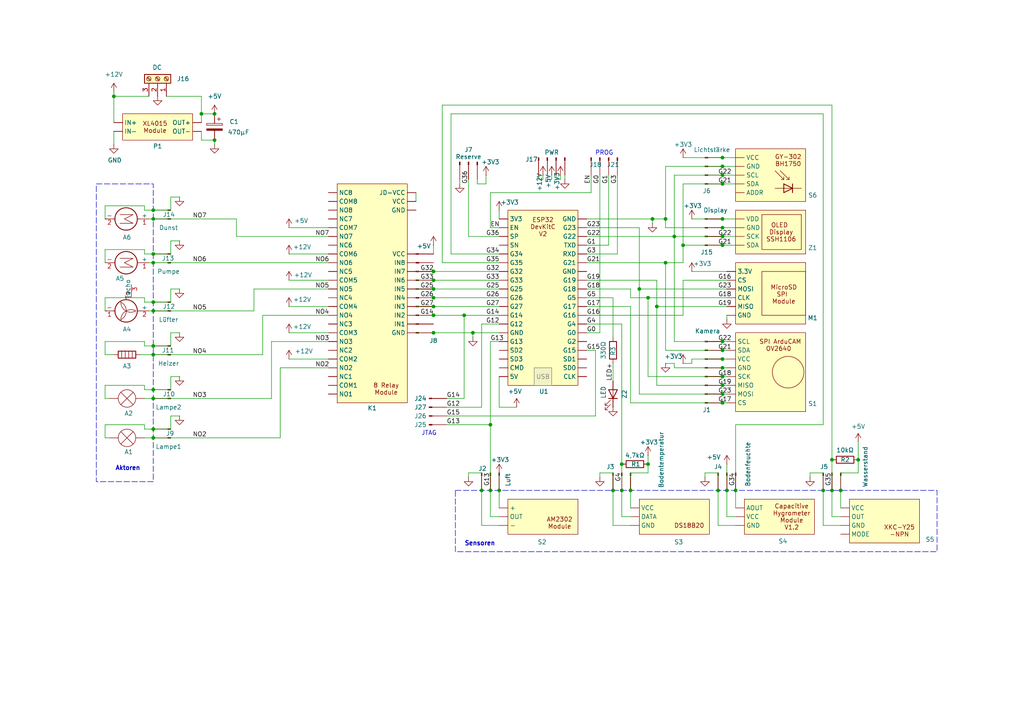
<source format=kicad_sch>
(kicad_sch (version 20250114) (generator "eeschema") (generator_version "9.0")
  (paper "A4")
  (title_block (title "Biodom Mini – Ein Hightech-Gewächshaus") (date "2025-10-17") (rev "1.0.0") (company "Frank Rohlfing"))
  (rectangle (start 27.94 53.34) (end 44.45 139.7) (stroke (width 0) (type dash)))
  (rectangle (start 132.08 142.24) (end 271.78 160.02) (stroke (width 0) (type dash)))
  (text "Aktoren" (at 37.084 135.89 0) (effects (font (size 1.27 1.27) (thickness 0.254) (bold yes))))
  (text "JTAG" (at 124.46 125.73 0) (effects (font (size 1.27 1.27))))
  (text "Sensoren" (at 139.192 157.734 0) (effects (font (size 1.27 1.27) (thickness 0.254) (bold yes))))
  (text "PROG" (at 175.26 44.45 0) (effects (font (size 1.27 1.27))))
  (junction (at 248.92 133.35))
  (junction (at 125.73 91.44))
  (junction (at 209.55 68.58))
  (junction (at 142.24 142.24))
  (junction (at 209.55 111.76))
  (junction (at 187.96 134.62))
  (junction (at 241.3 133.35))
  (junction (at 125.73 81.28))
  (junction (at 209.55 104.14))
  (junction (at 44.45 76.2))
  (junction (at 137.16 96.52))
  (junction (at 44.45 60.96))
  (junction (at 44.45 63.5))
  (junction (at 44.45 124.46))
  (junction (at 44.45 90.17))
  (junction (at 209.55 71.12))
  (junction (at 209.55 116.84))
  (junction (at 209.55 48.26))
  (junction (at 180.34 134.62))
  (junction (at 180.34 142.24))
  (junction (at 209.55 106.68))
  (junction (at 209.55 109.22))
  (junction (at 209.55 66.04))
  (junction (at 190.5 88.9))
  (junction (at 142.24 123.19))
  (junction (at 44.45 87.63))
  (junction (at 187.96 86.36))
  (junction (at 208.28 142.24))
  (junction (at 195.58 68.58))
  (junction (at 44.45 113.03))
  (junction (at 134.62 91.44))
  (junction (at 210.82 142.24))
  (junction (at 209.55 50.8))
  (junction (at 243.84 142.24))
  (junction (at 125.73 78.74))
  (junction (at 144.78 142.24))
  (junction (at 58.42 33.02))
  (junction (at 44.45 73.66))
  (junction (at 193.04 63.5))
  (junction (at 44.45 100.33))
  (junction (at 44.45 102.87))
  (junction (at 125.73 96.52))
  (junction (at 209.55 45.72))
  (junction (at 189.23 63.5))
  (junction (at 198.12 71.12))
  (junction (at 238.76 142.24))
  (junction (at 209.55 63.5))
  (junction (at 62.23 40.64))
  (junction (at 241.3 142.24))
  (junction (at 125.73 83.82))
  (junction (at 125.73 88.9))
  (junction (at 193.04 76.2))
  (junction (at 182.88 142.24))
  (junction (at 177.8 142.24))
  (junction (at 125.73 86.36))
  (junction (at 44.45 115.57))
  (junction (at 209.55 101.6))
  (junction (at 139.7 142.24))
  (junction (at 33.02 27.94))
  (junction (at 44.45 127))
  (junction (at 209.55 114.3))
  (junction (at 209.55 99.06))
  (junction (at 209.55 53.34))
  (junction (at 62.23 33.02))
  (junction (at 213.36 142.24))
  (junction (at 185.42 83.82))
  (wire (pts (xy 187.96 86.36) (xy 210.82 86.36)))
  (wire (pts (xy 182.88 116.84) (xy 182.88 88.9)))
  (wire (pts (xy 58.42 38.1) (xy 58.42 40.64)))
  (wire (pts (xy 158.75 52.07) (xy 160.02 52.07)))
  (wire (pts (xy 95.25 91.44) (xy 76.2 91.44)))
  (wire (pts (xy 49.53 120.65) (xy 49.53 124.46)))
  (wire (pts (xy 62.23 41.91) (xy 62.23 40.64)))
  (wire (pts (xy 209.55 63.5) (xy 213.36 63.5)))
  (wire (pts (xy 142.24 142.24) (xy 142.24 149.86)))
  (wire (pts (xy 142.24 123.19) (xy 142.24 142.24)))
  (wire (pts (xy 139.7 137.16) (xy 139.7 142.24)))
  (wire (pts (xy 44.45 127) (xy 81.28 127)))
  (wire (pts (xy 187.96 109.22) (xy 209.55 109.22)))
  (wire (pts (xy 68.58 68.58) (xy 95.25 68.58)))
  (wire (pts (xy 177.8 137.16) (xy 177.8 142.24)))
  (wire (pts (xy 30.48 59.69) (xy 41.91 59.69)))
  (wire (pts (xy 234.95 137.16) (xy 238.76 137.16)))
  (wire (pts (xy 238.76 152.4) (xy 243.84 152.4)))
  (wire (pts (xy 161.29 52.07) (xy 162.56 52.07)))
  (wire (pts (xy 193.04 63.5) (xy 193.04 48.26)))
  (wire (pts (xy 210.82 109.22) (xy 209.55 109.22)))
  (wire (pts (xy 73.66 90.17) (xy 73.66 83.82)))
  (wire (pts (xy 30.48 86.36) (xy 30.48 90.17)))
  (wire (pts (xy 83.82 96.52) (xy 95.25 96.52)))
  (wire (pts (xy 49.53 113.03) (xy 44.45 113.03)))
  (wire (pts (xy 198.12 45.72) (xy 209.55 45.72)))
  (wire (pts (xy 172.72 101.6) (xy 172.72 120.65)))
  (wire (pts (xy 195.58 106.68) (xy 209.55 106.68)))
  (wire (pts (xy 156.21 52.07) (xy 157.48 52.07)))
  (wire (pts (xy 142.24 66.04) (xy 144.78 66.04)))
  (wire (pts (xy 30.48 99.06) (xy 41.91 99.06)))
  (wire (pts (xy 30.48 123.19) (xy 41.91 123.19)))
  (wire (pts (xy 43.18 27.94) (xy 33.02 27.94)))
  (wire (pts (xy 41.91 113.03) (xy 44.45 113.03)))
  (wire (pts (xy 142.24 55.88) (xy 171.45 55.88)))
  (wire (pts (xy 40.64 102.87) (xy 44.45 102.87)))
  (wire (pts (xy 208.28 152.4) (xy 213.36 152.4)))
  (wire (pts (xy 170.18 83.82) (xy 182.88 83.82)))
  (wire (pts (xy 139.7 152.4) (xy 144.78 152.4)))
  (wire (pts (xy 180.34 93.98) (xy 180.34 134.62)))
  (wire (pts (xy 49.53 100.33) (xy 44.45 100.33)))
  (wire (pts (xy 149.86 118.11) (xy 144.78 118.11)))
  (wire (pts (xy 120.65 88.9) (xy 125.73 88.9)))
  (wire (pts (xy 41.91 123.19) (xy 41.91 124.46)))
  (wire (pts (xy 173.99 50.8) (xy 173.99 96.52)))
  (wire (pts (xy 204.47 137.16) (xy 208.28 137.16)))
  (wire (pts (xy 177.8 86.36) (xy 177.8 97.79)))
  (wire (pts (xy 139.7 142.24) (xy 139.7 152.4)))
  (wire (pts (xy 210.82 104.14) (xy 209.55 104.14)))
  (wire (pts (xy 95.25 106.68) (xy 81.28 106.68)))
  (wire (pts (xy 120.65 58.42) (xy 120.65 55.88)))
  (wire (pts (xy 248.92 137.16) (xy 243.84 137.16)))
  (wire (pts (xy 58.42 33.02) (xy 58.42 35.56)))
  (wire (pts (xy 83.82 104.14) (xy 95.25 104.14)))
  (wire (pts (xy 189.23 63.5) (xy 193.04 63.5)))
  (wire (pts (xy 198.12 76.2) (xy 193.04 76.2)))
  (wire (pts (xy 130.81 73.66) (xy 130.81 33.02)))
  (wire (pts (xy 213.36 123.19) (xy 213.36 142.24)))
  (wire (pts (xy 44.45 63.5) (xy 68.58 63.5)))
  (wire (pts (xy 41.91 72.39) (xy 41.91 73.66)))
  (wire (pts (xy 83.82 73.66) (xy 95.25 73.66)))
  (wire (pts (xy 209.55 48.26) (xy 213.36 48.26)))
  (wire (pts (xy 185.42 66.04) (xy 185.42 83.82)))
  (wire (pts (xy 49.53 69.85) (xy 49.53 73.66)))
  (wire (pts (xy 182.88 116.84) (xy 209.55 116.84)))
  (wire (pts (xy 134.62 115.57) (xy 129.54 115.57)))
  (wire (pts (xy 180.34 142.24) (xy 180.34 149.86)))
  (wire (pts (xy 128.27 30.48) (xy 128.27 76.2)))
  (wire (pts (xy 137.16 96.52) (xy 125.73 96.52)))
  (wire (pts (xy 238.76 33.02) (xy 238.76 123.19)))
  (wire (pts (xy 30.48 111.76) (xy 41.91 111.76)))
  (wire (pts (xy 142.24 55.88) (xy 142.24 66.04)))
  (wire (pts (xy 48.26 27.94) (xy 58.42 27.94)))
  (wire (pts (xy 161.29 50.8) (xy 161.29 52.07)))
  (wire (pts (xy 157.48 52.07) (xy 157.48 50.8)))
  (wire (pts (xy 190.5 88.9) (xy 210.82 88.9)))
  (wire (pts (xy 198.12 91.44) (xy 198.12 81.28)))
  (wire (pts (xy 41.91 86.36) (xy 41.91 87.63)))
  (wire (pts (xy 81.28 106.68) (xy 81.28 127)))
  (wire (pts (xy 129.54 123.19) (xy 142.24 123.19)))
  (wire (pts (xy 125.73 91.44) (xy 134.62 91.44)))
  (wire (pts (xy 163.83 50.8) (xy 163.83 52.07)))
  (wire (pts (xy 170.18 96.52) (xy 173.99 96.52)))
  (wire (pts (xy 187.96 86.36) (xy 187.96 109.22)))
  (wire (pts (xy 142.24 149.86) (xy 144.78 149.86)))
  (wire (pts (xy 49.53 73.66) (xy 44.45 73.66)))
  (wire (pts (xy 193.04 63.5) (xy 193.04 66.04)))
  (wire (pts (xy 176.53 50.8) (xy 176.53 71.12)))
  (wire (pts (xy 209.55 71.12) (xy 213.36 71.12)))
  (wire (pts (xy 170.18 86.36) (xy 177.8 86.36)))
  (wire (pts (xy 41.91 60.96) (xy 44.45 60.96)))
  (wire (pts (xy 200.66 104.14) (xy 209.55 104.14)))
  (wire (pts (xy 120.65 81.28) (xy 125.73 81.28)))
  (wire (pts (xy 195.58 68.58) (xy 195.58 99.06)))
  (wire (pts (xy 195.58 68.58) (xy 195.58 50.8)))
  (wire (pts (xy 41.91 73.66) (xy 44.45 73.66)))
  (wire (pts (xy 204.47 138.43) (xy 204.47 137.16)))
  (wire (pts (xy 170.18 91.44) (xy 198.12 91.44)))
  (wire (pts (xy 198.12 71.12) (xy 198.12 53.34)))
  (wire (pts (xy 195.58 99.06) (xy 209.55 99.06)))
  (wire (pts (xy 125.73 86.36) (xy 144.78 86.36)))
  (wire (pts (xy 193.04 105.41) (xy 195.58 105.41)))
  (wire (pts (xy 241.3 30.48) (xy 241.3 133.35)))
  (wire (pts (xy 170.18 63.5) (xy 189.23 63.5)))
  (wire (pts (xy 49.53 96.52) (xy 49.53 100.33)))
  (wire (pts (xy 170.18 73.66) (xy 179.07 73.66)))
  (wire (pts (xy 41.91 127) (xy 44.45 127)))
  (wire (pts (xy 144.78 147.32) (xy 144.78 142.24)))
  (wire (pts (xy 138.43 53.34) (xy 140.97 53.34)))
  (wire (pts (xy 177.8 152.4) (xy 182.88 152.4)))
  (wire (pts (xy 134.62 91.44) (xy 134.62 115.57)))
  (wire (pts (xy 58.42 33.02) (xy 62.23 33.02)))
  (wire (pts (xy 68.58 63.5) (xy 68.58 68.58)))
  (wire (pts (xy 33.02 38.1) (xy 33.02 41.91)))
  (wire (pts (xy 210.82 142.24) (xy 210.82 149.86)))
  (wire (pts (xy 30.48 127) (xy 30.48 123.19)))
  (wire (pts (xy 120.65 83.82) (xy 125.73 83.82)))
  (wire (pts (xy 200.66 105.41) (xy 200.66 104.14)))
  (wire (pts (xy 49.53 83.82) (xy 49.53 87.63)))
  (wire (pts (xy 180.34 149.86) (xy 182.88 149.86)))
  (wire (pts (xy 241.3 142.24) (xy 241.3 149.86)))
  (wire (pts (xy 209.55 66.04) (xy 213.36 66.04)))
  (wire (pts (xy 190.5 88.9) (xy 190.5 111.76)))
  (wire (pts (xy 170.18 93.98) (xy 180.34 93.98)))
  (wire (pts (xy 129.54 118.11) (xy 139.7 118.11)))
  (wire (pts (xy 193.04 66.04) (xy 209.55 66.04)))
  (wire (pts (xy 125.73 71.12) (xy 125.73 73.66)))
  (wire (pts (xy 30.48 86.36) (xy 41.91 86.36)))
  (wire (pts (xy 182.88 137.16) (xy 182.88 142.24)))
  (wire (pts (xy 210.82 91.44) (xy 210.82 92.71)))
  (wire (pts (xy 176.53 71.12) (xy 170.18 71.12)))
  (wire (pts (xy 162.56 50.8) (xy 162.56 52.07)))
  (wire (pts (xy 139.7 118.11) (xy 139.7 93.98)))
  (wire (pts (xy 30.48 72.39) (xy 41.91 72.39)))
  (wire (pts (xy 170.18 81.28) (xy 190.5 81.28)))
  (wire (pts (xy 213.36 123.19) (xy 238.76 123.19)))
  (wire (pts (xy 238.76 142.24) (xy 238.76 152.4)))
  (wire (pts (xy 135.89 137.16) (xy 139.7 137.16)))
  (wire (pts (xy 49.53 60.96) (xy 44.45 60.96)))
  (wire (pts (xy 76.2 91.44) (xy 76.2 102.87)))
  (wire (pts (xy 170.18 66.04) (xy 185.42 66.04)))
  (wire (pts (xy 170.18 76.2) (xy 193.04 76.2)))
  (wire (pts (xy 160.02 52.07) (xy 160.02 50.8)))
  (wire (pts (xy 58.42 40.64) (xy 62.23 40.64)))
  (wire (pts (xy 173.99 137.16) (xy 177.8 137.16)))
  (wire (pts (xy 195.58 50.8) (xy 209.55 50.8)))
  (wire (pts (xy 210.82 116.84) (xy 209.55 116.84)))
  (wire (pts (xy 144.78 137.16) (xy 144.78 142.24)))
  (wire (pts (xy 44.45 102.87) (xy 76.2 102.87)))
  (wire (pts (xy 177.8 142.24) (xy 177.8 152.4)))
  (wire (pts (xy 44.45 115.57) (xy 78.74 115.57)))
  (wire (pts (xy 41.91 111.76) (xy 41.91 113.03)))
  (wire (pts (xy 248.92 133.35) (xy 248.92 137.16)))
  (wire (pts (xy 210.82 111.76) (xy 209.55 111.76)))
  (wire (pts (xy 83.82 66.04) (xy 95.25 66.04)))
  (wire (pts (xy 185.42 114.3) (xy 209.55 114.3)))
  (wire (pts (xy 180.34 134.62) (xy 180.34 142.24)))
  (wire (pts (xy 41.91 100.33) (xy 44.45 100.33)))
  (wire (pts (xy 198.12 71.12) (xy 198.12 76.2)))
  (wire (pts (xy 190.5 81.28) (xy 190.5 88.9)))
  (wire (pts (xy 49.53 124.46) (xy 44.45 124.46)))
  (wire (pts (xy 213.36 142.24) (xy 213.36 147.32)))
  (wire (pts (xy 33.02 26.67) (xy 33.02 27.94)))
  (wire (pts (xy 52.07 69.85) (xy 49.53 69.85)))
  (wire (pts (xy 189.23 64.77) (xy 189.23 63.5)))
  (wire (pts (xy 158.75 52.07) (xy 158.75 50.8)))
  (wire (pts (xy 185.42 83.82) (xy 210.82 83.82)))
  (wire (pts (xy 135.89 138.43) (xy 135.89 137.16)))
  (wire (pts (xy 78.74 99.06) (xy 78.74 115.57)))
  (wire (pts (xy 138.43 52.07) (xy 138.43 53.34)))
  (wire (pts (xy 58.42 27.94) (xy 58.42 33.02)))
  (wire (pts (xy 129.54 120.65) (xy 172.72 120.65)))
  (wire (pts (xy 234.95 138.43) (xy 234.95 137.16)))
  (wire (pts (xy 209.55 50.8) (xy 213.36 50.8)))
  (wire (pts (xy 133.35 52.07) (xy 133.35 53.34)))
  (wire (pts (xy 238.76 137.16) (xy 238.76 142.24)))
  (wire (pts (xy 44.45 90.17) (xy 73.66 90.17)))
  (wire (pts (xy 241.3 149.86) (xy 243.84 149.86)))
  (wire (pts (xy 52.07 57.15) (xy 49.53 57.15)))
  (wire (pts (xy 195.58 106.68) (xy 195.58 105.41)))
  (wire (pts (xy 210.82 101.6) (xy 209.55 101.6)))
  (wire (pts (xy 142.24 99.06) (xy 144.78 99.06)))
  (wire (pts (xy 209.55 53.34) (xy 213.36 53.34)))
  (wire (pts (xy 33.02 102.87) (xy 30.48 102.87)))
  (wire (pts (xy 190.5 111.76) (xy 209.55 111.76)))
  (wire (pts (xy 125.73 78.74) (xy 120.65 78.74)))
  (wire (pts (xy 125.73 91.44) (xy 120.65 91.44)))
  (wire (pts (xy 43.18 63.5) (xy 44.45 63.5)))
  (wire (pts (xy 210.82 149.86) (xy 213.36 149.86)))
  (wire (pts (xy 83.82 88.9) (xy 95.25 88.9)))
  (wire (pts (xy 44.45 124.46) (xy 41.91 124.46)))
  (wire (pts (xy 208.28 137.16) (xy 208.28 142.24)))
  (wire (pts (xy 156.21 50.8) (xy 156.21 52.07)))
  (wire (pts (xy 187.96 134.62) (xy 187.96 137.16)))
  (wire (pts (xy 52.07 96.52) (xy 49.53 96.52)))
  (wire (pts (xy 95.25 99.06) (xy 78.74 99.06)))
  (wire (pts (xy 177.8 105.41) (xy 177.8 110.49)))
  (wire (pts (xy 208.28 142.24) (xy 208.28 152.4)))
  (wire (pts (xy 30.48 115.57) (xy 31.75 115.57)))
  (wire (pts (xy 248.92 128.27) (xy 248.92 133.35)))
  (wire (pts (xy 137.16 97.79) (xy 137.16 96.52)))
  (wire (pts (xy 173.99 137.16) (xy 173.99 138.43)))
  (wire (pts (xy 137.16 96.52) (xy 144.78 96.52)))
  (wire (pts (xy 125.73 83.82) (xy 144.78 83.82)))
  (wire (pts (xy 243.84 137.16) (xy 243.84 142.24)))
  (wire (pts (xy 95.25 83.82) (xy 73.66 83.82)))
  (wire (pts (xy 41.91 87.63) (xy 44.45 87.63)))
  (wire (pts (xy 210.82 114.3) (xy 209.55 114.3)))
  (wire (pts (xy 210.82 134.62) (xy 210.82 142.24)))
  (wire (pts (xy 120.65 86.36) (xy 125.73 86.36)))
  (wire (pts (xy 198.12 71.12) (xy 209.55 71.12)))
  (wire (pts (xy 135.89 68.58) (xy 144.78 68.58)))
  (wire (pts (xy 193.04 76.2) (xy 193.04 101.6)))
  (wire (pts (xy 193.04 101.6) (xy 209.55 101.6)))
  (wire (pts (xy 209.55 45.72) (xy 213.36 45.72)))
  (wire (pts (xy 144.78 60.96) (xy 144.78 63.5)))
  (wire (pts (xy 187.96 132.08) (xy 187.96 134.62)))
  (wire (pts (xy 49.53 57.15) (xy 49.53 60.96)))
  (wire (pts (xy 120.65 96.52) (xy 125.73 96.52)))
  (wire (pts (xy 241.3 133.35) (xy 241.3 142.24)))
  (wire (pts (xy 41.91 115.57) (xy 44.45 115.57)))
  (wire (pts (xy 128.27 76.2) (xy 144.78 76.2)))
  (wire (pts (xy 130.81 33.02) (xy 238.76 33.02)))
  (wire (pts (xy 210.82 106.68) (xy 209.55 106.68)))
  (wire (pts (xy 134.62 91.44) (xy 144.78 91.44)))
  (wire (pts (xy 185.42 114.3) (xy 185.42 83.82)))
  (wire (pts (xy 125.73 88.9) (xy 144.78 88.9)))
  (wire (pts (xy 170.18 68.58) (xy 195.58 68.58)))
  (wire (pts (xy 198.12 105.41) (xy 200.66 105.41)))
  (wire (pts (xy 135.89 52.07) (xy 135.89 68.58)))
  (wire (pts (xy 144.78 118.11) (xy 144.78 109.22)))
  (wire (pts (xy 52.07 120.65) (xy 49.53 120.65)))
  (wire (pts (xy 200.66 78.74) (xy 210.82 78.74)))
  (wire (pts (xy 171.45 50.8) (xy 171.45 55.88)))
  (wire (pts (xy 243.84 142.24) (xy 243.84 147.32)))
  (wire (pts (xy 49.53 109.22) (xy 49.53 113.03)))
  (wire (pts (xy 44.45 76.2) (xy 95.25 76.2)))
  (wire (pts (xy 187.96 137.16) (xy 182.88 137.16)))
  (wire (pts (xy 30.48 102.87) (xy 30.48 99.06)))
  (wire (pts (xy 210.82 99.06) (xy 209.55 99.06)))
  (wire (pts (xy 193.04 48.26) (xy 209.55 48.26)))
  (wire (pts (xy 52.07 83.82) (xy 49.53 83.82)))
  (wire (pts (xy 44.45 76.2) (xy 43.18 76.2)))
  (wire (pts (xy 182.88 83.82) (xy 182.88 86.36)))
  (wire (pts (xy 179.07 50.8) (xy 179.07 73.66)))
  (wire (pts (xy 140.97 50.8) (xy 140.97 53.34)))
  (wire (pts (xy 128.27 30.48) (xy 241.3 30.48)))
  (wire (pts (xy 30.48 127) (xy 31.75 127)))
  (wire (pts (xy 198.12 53.34) (xy 209.55 53.34)))
  (wire (pts (xy 139.7 93.98) (xy 144.78 93.98)))
  (wire (pts (xy 125.73 78.74) (xy 144.78 78.74)))
  (wire (pts (xy 83.82 81.28) (xy 95.25 81.28)))
  (wire (pts (xy 130.81 73.66) (xy 144.78 73.66)))
  (wire (pts (xy 200.66 63.5) (xy 209.55 63.5)))
  (wire (pts (xy 43.18 90.17) (xy 44.45 90.17)))
  (wire (pts (xy 30.48 76.2) (xy 30.48 72.39)))
  (wire (pts (xy 33.02 27.94) (xy 33.02 35.56)))
  (wire (pts (xy 52.07 109.22) (xy 49.53 109.22)))
  (wire (pts (xy 49.53 87.63) (xy 44.45 87.63)))
  (wire (pts (xy 125.73 81.28) (xy 144.78 81.28)))
  (wire (pts (xy 182.88 86.36) (xy 187.96 86.36)))
  (wire (pts (xy 142.24 99.06) (xy 142.24 123.19)))
  (wire (pts (xy 41.91 99.06) (xy 41.91 100.33)))
  (wire (pts (xy 182.88 142.24) (xy 182.88 147.32)))
  (wire (pts (xy 170.18 88.9) (xy 182.88 88.9)))
  (wire (pts (xy 198.12 81.28) (xy 210.82 81.28)))
  (wire (pts (xy 209.55 68.58) (xy 213.36 68.58)))
  (wire (pts (xy 41.91 59.69) (xy 41.91 60.96)))
  (wire (pts (xy 30.48 63.5) (xy 30.48 59.69)))
  (wire (pts (xy 30.48 115.57) (xy 30.48 111.76)))
  (wire (pts (xy 172.72 101.6) (xy 170.18 101.6)))
  (wire (pts (xy 195.58 68.58) (xy 209.55 68.58)))
  (label "G3" (at 170.18 73.66 0))
  (label "G23" (at 208.28 114.3 0))
  (label "G14" (at 129.54 115.57 0))
  (label "G36" (at 140.97 68.58 0))
  (label "G13" (at 142.24 99.06 0))
  (label "G12" (at 140.97 93.98 0))
  (label "G21" (at 170.18 76.2 0))
  (label "G23" (at 208.28 83.82 0))
  (label "G4" (at 180.34 139.7 90))
  (label "G16" (at 170.18 91.44 0))
  (label "G22" (at 208.28 68.58 0))
  (label "G13" (at 142.24 140.97 90))
  (label "G1" (at 170.18 71.12 0))
  (label "G32" (at 140.97 78.74 0))
  (label "G14" (at 121.92 91.44 0))
  (label "NO7" (at 91.44 68.58 0))
  (label "G25" (at 121.92 83.82 0))
  (label "G21" (at 208.28 101.6 0))
  (label "G18" (at 170.18 83.82 0))
  (label "G21" (at 208.28 53.34 0))
  (label "G5" (at 170.18 86.36 0))
  (label "G33" (at 121.92 81.28 0))
  (label "G26" (at 121.92 86.36 0))
  (label "G22" (at 170.18 68.58 0))
  (label "G35" (at 241.3 140.97 90))
  (label "G23" (at 170.18 66.04 0))
  (label "G33" (at 140.97 81.28 0))
  (label "G27" (at 140.97 88.9 0))
  (label "G18" (at 208.28 86.36 0))
  (label "G19" (at 208.28 88.9 0))
  (label "G27" (at 121.92 88.9 0))
  (label "G16" (at 208.28 81.28 0))
  (label "NO6" (at 91.44 76.2 0))
  (label "G36" (at 135.89 53.34 90))
  (label "G22" (at 208.28 50.8 0))
  (label "G0" (at 173.99 53.34 90))
  (label "NO5" (at 91.44 83.82 0))
  (label "NO4" (at 55.88 102.87 0))
  (label "LED+" (at 177.8 110.49 90))
  (label "G1" (at 176.53 53.34 90))
  (label "G17" (at 208.28 116.84 0))
  (label "G12" (at 129.54 118.11 0))
  (label "G21" (at 208.28 71.12 0))
  (label "G15" (at 129.54 120.65 0))
  (label "G15" (at 170.18 101.6 0))
  (label "G3" (at 179.07 53.34 90))
  (label "NO2" (at 91.44 106.68 0))
  (label "NO6" (at 55.88 76.2 0))
  (label "NO2" (at 55.88 127 0))
  (label "G19" (at 208.28 111.76 0))
  (label "G25" (at 140.97 83.82 0))
  (label "G32" (at 121.92 78.74 0))
  (label "G19" (at 170.18 81.28 0))
  (label "NO3" (at 55.88 115.57 0))
  (label "EN" (at 142.24 66.04 0))
  (label "G34" (at 140.97 73.66 0))
  (label "NO4" (at 91.44 91.44 0))
  (label "NO7" (at 55.88 63.5 0))
  (label "G17" (at 170.18 88.9 0))
  (label "G34" (at 213.36 140.97 90))
  (label "EN" (at 171.45 53.34 90))
  (label "G0" (at 170.18 96.52 0))
  (label "NO5" (at 55.88 90.17 0))
  (label "NO3" (at 91.44 99.06 0))
  (label "G26" (at 140.97 86.36 0))
  (label "G4" (at 170.18 93.98 0))
  (label "G13" (at 129.54 123.19 0))
  (label "G35" (at 140.97 76.2 0))
  (label "G14" (at 140.97 91.44 0))
  (label "G18" (at 208.28 109.22 0))
  (label "G22" (at 208.28 99.06 0))
  (symbol (lib_id "power:+5V") (at 125.73 71.12 0) (unit 1)
    (property "Reference" "#PWR01" (effects (hide yes)))
    (property "Value" "+5V" (at 122.936 71.374 0))
    (property "Description" "Power symbol creates a global label with name \"+5V\"" (effects (hide yes)))
  )
  (symbol (lib_id "power:GND") (at 52.07 96.52 0) (unit 1)
    (property "Reference" "#PWR028" (effects (hide yes)))
    (property "Value" "GND" (effects (hide yes)))
    (property "Description" "Power symbol creates a global label with name \"GND\" , ground" (effects (hide yes)))
  )
  (symbol (lib_id "Motor:Fan_3pin") (at 38.1 90.17 270) (unit 1) (on_board no)
    (property "Reference" "A4" (at 35.56 95.504 90) (effects (justify left)))
    (property "Value" "Zuluft" (effects (hide yes)))
    (property "Footprint" "Connector_PinHeader_2.54mm:PinHeader_1x02_P2.54mm_Vertical" (effects (hide yes)))
    (property "Datasheet" "http://www.hardwarecanucks.com/forum/attachments/new-builds/16287d1330775095-help-chassis-power-fan-connectors-motherboard-asus_p8z68.jpg" (effects (hide yes)))
    (property "Description" "Fan, tacho output, 3-pin connector" (effects (hide yes)))
  )
  (symbol (lib_id "Frank:AM2302_Module") (at 157.48 149.86 180) (unit 1) (on_board no)
    (property "Reference" "S2" (at 157.226 157.226 0))
    (property "Value" "Luft" (effects (hide yes)))
    (property "Datasheet" "https://www.makerguides.com/wp-content/uploads/2019/02/DHT22-AM2302-Datasheet.pdf" (effects (hide yes)))
    (property "Description" "Temperatur- und Luftfeuchtigkeitssensor" (effects (hide yes)))
    (property "AZ-Delivery e-Book" "https://cdn.shopify.com/s/files/1/1509/1638/files/AZ073_A10-7_DE_B06XF4TNT9_a2f405a2-b242-44dc-aa26-428bc637eef5.pdf?v=1721198350" (effects (hide yes)))
  )
  (symbol (lib_id "power:+12V") (at 83.82 96.52 0) (unit 1)
    (property "Reference" "#PWR09" (effects (hide yes)))
    (property "Value" "+12V" (at 87.63 94.742 0))
    (property "Description" "Power symbol creates a global label with name \"+12V\"" (effects (hide yes)))
  )
  (symbol (lib_id "Device:R") (at 177.8 101.6 180) (unit 1)
    (property "Reference" "R3" (at 177.8 101.854 90))
    (property "Value" "330Ω" (at 175.006 101.6 90))
    (property "Footprint" "Resistor_THT:R_Axial_DIN0207_L6.3mm_D2.5mm_P10.16mm_Horizontal" (effects (hide yes)))
    (property "Description" "Resistor" (effects (hide yes)))
  )
  (symbol (lib_id "Device:Lamp") (at 36.83 127 270) (unit 1) (on_board no)
    (property "Reference" "A1" (at 36.068 131.064 90) (effects (justify left)))
    (property "Value" "Lampe 1" (effects (hide yes)))
    (property "Description" "Lamp" (effects (hide yes)))
  )
  (symbol (lib_id "Device:Lamp") (at 36.83 115.57 270) (unit 1) (on_board no)
    (property "Reference" "A2" (at 36.068 119.888 90) (effects (justify left)))
    (property "Value" "Lampe 2" (effects (hide yes)))
    (property "Description" "Lamp" (effects (hide yes)))
  )
  (symbol (lib_id "power:GND") (at 52.07 120.65 0) (unit 1)
    (property "Reference" "#PWR030" (effects (hide yes)))
    (property "Value" "GND" (effects (hide yes)))
    (property "Description" "Power symbol creates a global label with name \"GND\" , ground" (effects (hide yes)))
  )
  (symbol (lib_id "Device:R") (at 184.15 134.62 270) (unit 1)
    (property "Reference" "R1" (at 184.404 134.62 90))
    (property "Value" "4,7kΩ" (at 184.15 132.08 90))
    (property "Footprint" "Resistor_THT:R_Axial_DIN0207_L6.3mm_D2.5mm_P10.16mm_Horizontal" (effects (hide yes)))
    (property "Description" "Resistor" (effects (hide yes)))
  )
  (symbol (lib_id "power:GND") (at 163.83 52.07 0) (unit 1)
    (property "Reference" "#PWR033" (effects (hide yes)))
    (property "Value" "GND" (effects (hide yes)))
    (property "Description" "Power symbol creates a global label with name \"GND\" , ground" (effects (hide yes)))
  )
  (symbol (lib_id "Frank:MicroSD_SPI_Module") (at 223.52 96.52 180) (unit 1)
    (property "Reference" "M1" (at 235.712 92.202 0))
    (property "Value" "SD-Karte" (effects (hide yes)))
    (property "Footprint" "Frank:MicroSD_SPI_Modul_Socket" (effects (hide yes)))
    (property "Description" "MicroSD SPI Kartenleser, 3.3V" (effects (hide yes)))
    (property "AZ-Delivery e-Book" "https://cdn.shopify.com/s/files/1/1509/1638/files/AZ234_C_10-4_DE_B06X1DX5WS_ec398a85-2534-4b15-9f3e-1d3a37b6ce96.pdf?v=1721122338" (effects (hide yes)))
  )
  (symbol (lib_name "Conn_01x02_Pin_5") (lib_id "Connector:Conn_01x02_Pin") (at 49.53 76.2 180) (unit 1) (on_board no)
    (property "Reference" "J13" (at 50.546 74.93 0) (effects (justify left)))
    (property "Value" "Pumpe" (at 48.895 78.74 0))
    (property "Footprint" "Connector_PinHeader_2.54mm:PinHeader_1x02_P2.54mm_Vertical" (effects (hide yes)))
    (property "Description" "Generic connector, single row, 01x02, script generated" (effects (hide yes)))
  )
  (symbol (lib_id "power:+5V") (at 62.23 33.02 0) (unit 1)
    (property "Reference" "#PWR013" (effects (hide yes)))
    (property "Value" "+5V" (at 62.23 27.94 0))
    (property "Description" "Power symbol creates a global label with name \"+5V\"" (effects (hide yes)))
  )
  (symbol (lib_id "Device:Heater") (at 36.83 102.87 270) (unit 1) (on_board no)
    (property "Reference" "A3" (at 35.56 106.172 90) (effects (justify left)))
    (property "Value" "Heizer" (effects (hide yes)))
    (property "Description" "Resistive heater" (effects (hide yes)))
  )
  (symbol (lib_id "power:GND") (at 52.07 109.22 0) (unit 1)
    (property "Reference" "#PWR029" (effects (hide yes)))
    (property "Value" "GND" (effects (hide yes)))
    (property "Description" "Power symbol creates a global label with name \"GND\" , ground" (effects (hide yes)))
  )
  (symbol (lib_id "Connector:Conn_01x08_Pin") (at 204.47 106.68 0) (unit 1)
    (property "Reference" "J1" (at 204.978 118.872 0))
    (property "Value" "Kamera" (at 205.232 96.012 0))
    (property "Footprint" "Connector_PinHeader_2.54mm:PinHeader_1x08_P2.54mm_Vertical" (effects (hide yes)))
    (property "Description" "Generic connector, single row, 01x08, script generated" (effects (hide yes)))
  )
  (symbol (lib_id "Connector:Conn_01x03_Pin") (at 142.24 137.16 270) (unit 1)
    (property "Reference" "J2" (at 139.954 135.89 90))
    (property "Value" "Luft" (at 147.32 139.192 0))
    (property "Footprint" "Connector_PinHeader_2.54mm:PinHeader_1x03_P2.54mm_Vertical" (effects (hide yes)))
    (property "Description" "Generic connector, single row, 01x03, script generated" (effects (hide yes)))
  )
  (symbol (lib_id "power:GND") (at 62.23 41.91 0) (unit 1)
    (property "Reference" "#PWR014" (effects (hide yes)))
    (property "Value" "GND" (effects (hide yes)))
    (property "Description" "Power symbol creates a global label with name \"GND\" , ground" (effects (hide yes)))
  )
  (symbol (lib_id "power:GND") (at 33.02 41.91 0) (unit 1) (on_board no)
    (property "Reference" "#PWR015" (effects (hide yes)))
    (property "Value" "GND" (at 33.274 46.482 0))
    (property "Description" "Power symbol creates a global label with name \"GND\" , ground" (effects (hide yes)))
  )
  (symbol (lib_id "power:+12V") (at 83.82 81.28 0) (unit 1)
    (property "Reference" "#PWR08" (effects (hide yes)))
    (property "Value" "+12V" (at 87.884 79.756 0))
    (property "Description" "Power symbol creates a global label with name \"+12V\"" (effects (hide yes)))
  )
  (symbol (lib_id "power:+5V") (at 140.97 50.8 0) (unit 1)
    (property "Reference" "#PWR036" (effects (hide yes)))
    (property "Value" "+3V3" (at 142.24 46.99 0))
    (property "Description" "Power symbol creates a global label with name \"+3V3\"" (effects (hide yes)))
  )
  (symbol (lib_id "Motor:Motor_DC") (at 38.1 63.5 270) (unit 1) (on_board no)
    (property "Reference" "A6" (at 35.56 68.834 90) (effects (justify left)))
    (property "Value" "Dunst" (effects (hide yes)))
    (property "Description" "DC Motor" (effects (hide yes)))
  )
  (symbol (lib_id "power:GND") (at 234.95 138.43 0) (unit 1)
    (property "Reference" "#PWR025" (effects (hide yes)))
    (property "Value" "GND" (effects (hide yes)))
    (property "Description" "Power symbol creates a global label with name \"GND\" , ground" (effects (hide yes)))
  )
  (symbol (lib_id "power:+5V") (at 248.92 128.27 0) (unit 1)
    (property "Reference" "#PWR021" (effects (hide yes)))
    (property "Value" "+5V" (at 248.92 123.698 0))
    (property "Description" "Power symbol creates a global label with name \"+5V\"" (effects (hide yes)))
  )
  (symbol (lib_id "power:GND") (at 189.23 64.77 0) (unit 1)
    (property "Reference" "#PWR011" (effects (hide yes)))
    (property "Value" "GND" (effects (hide yes)))
    (property "Description" "Power symbol creates a global label with name \"GND\" , ground" (effects (hide yes)))
  )
  (symbol (lib_id "Frank:OLED_Display") (at 223.52 68.58 0) (mirror y) (unit 1) (on_board no)
    (property "Reference" "Z1" (at 235.712 71.882 0))
    (property "Value" "Display" (effects (hide yes)))
    (property "Datasheet" "https://cdn.shopify.com/s/files/1/1509/1638/files/1_3_Zoll_Display_Datenblatt_AZ-Delivery_Vertriebs_GmbH_rev.pdf?v=1606164520" (effects (hide yes)))
    (property "Description" "1.3 Zoll OLED Display, SSH1106" (effects (hide yes)))
    (property "AZ-Delivery e-Book" "https://cdn.shopify.com/s/files/1/1509/1638/files/AZ003_A_1-6_DE_B078J78R45_1.pdf?v=1721030497" (effects (hide yes)))
  )
  (symbol (lib_id "Connector:Conn_01x01_Pin") (at 124.46 120.65 0) (unit 1)
    (property "Reference" "J26" (at 120.142 120.65 0) (effects (justify left)))
    (property "Value" "TDO" (effects (hide yes)))
    (property "Footprint" "Connector_PinHeader_2.54mm:PinHeader_1x01_P2.54mm_Vertical" (effects (hide yes)))
    (property "Description" "Generic connector, single row, 01x01, script generated" (effects (hide yes)))
  )
  (symbol (lib_id "power:GND") (at 45.72 27.94 0) (unit 1)
    (property "Reference" "#PWR010" (effects (hide yes)))
    (property "Value" "GND" (effects (hide yes)))
    (property "Description" "Power symbol creates a global label with name \"GND\" , ground" (effects (hide yes)))
  )
  (symbol (lib_name "Conn_01x03_Pin_4") (lib_id "Connector:Conn_01x03_Pin") (at 180.34 137.16 270) (unit 1)
    (property "Reference" "J3" (at 177.038 135.382 90))
    (property "Value" "Bodentemperatur" (at 191.77 133.35 0))
    (property "Footprint" "Connector_PinHeader_2.54mm:PinHeader_1x03_P2.54mm_Vertical" (effects (hide yes)))
    (property "Description" "Generic connector, single row, 01x03, script generated" (effects (hide yes)))
  )
  (symbol (lib_id "power:+5V") (at 144.78 137.16 0) (unit 1)
    (property "Reference" "#PWR043" (effects (hide yes)))
    (property "Value" "+3V3" (at 145.034 133.35 0))
    (property "Description" "Power symbol creates a global label with name \"+3V3\"" (effects (hide yes)))
  )
  (symbol (lib_id "Connector:Conn_01x10_Pin") (at 120.65 83.82 0) (unit 1)
    (property "Reference" "J8" (at 125.73 98.806 0))
    (property "Value" "Relais" (effects (hide yes)))
    (property "Footprint" "Connector_PinHeader_2.54mm:PinHeader_1x10_P2.54mm_Vertical" (effects (hide yes)))
    (property "Description" "Generic connector, single row, 01x10, script generated" (effects (hide yes)))
  )
  (symbol (lib_name "Conn_01x03_Pin_3") (lib_id "Connector:Conn_01x03_Pin") (at 210.82 137.16 270) (unit 1)
    (property "Reference" "J4" (at 208.28 135.382 90))
    (property "Value" "Bodenfeuchte" (at 216.916 134.62 0))
    (property "Footprint" "Connector_PinHeader_2.54mm:PinHeader_1x03_P2.54mm_Vertical" (effects (hide yes)))
    (property "Description" "Generic connector, single row, 01x03, script generated" (effects (hide yes)))
  )
  (symbol (lib_id "Connector:Conn_01x04_Pin") (at 204.47 48.26 0) (unit 1)
    (property "Reference" "J6" (at 204.978 55.372 0))
    (property "Value" "Lichtstärke" (at 206.502 43.434 0))
    (property "Footprint" "Connector_PinHeader_2.54mm:PinHeader_1x04_P2.54mm_Vertical" (effects (hide yes)))
    (property "Description" "Generic connector, single row, 01x04, script generated" (effects (hide yes)))
  )
  (symbol (lib_id "Device:R") (at 245.11 133.35 270) (unit 1)
    (property "Reference" "R2" (at 245.11 133.35 90))
    (property "Value" "10kΩ" (at 245.11 130.556 90))
    (property "Footprint" "Resistor_THT:R_Axial_DIN0207_L6.3mm_D2.5mm_P10.16mm_Horizontal" (effects (hide yes)))
    (property "Description" "Resistor" (effects (hide yes)))
  )
  (symbol (lib_id "power:+12V") (at 83.82 73.66 0) (unit 1)
    (property "Reference" "#PWR06" (effects (hide yes)))
    (property "Value" "+12V" (at 87.63 71.628 0))
    (property "Description" "Power symbol creates a global label with name \"+12V\"" (effects (hide yes)))
  )
  (symbol (lib_id "power:GND") (at 177.8 118.11 0) (unit 1)
    (property "Reference" "#PWR05" (effects (hide yes)))
    (property "Value" "GND" (effects (hide yes)))
    (property "Description" "Power symbol creates a global label with name \"GND\" , ground" (effects (hide yes)))
  )
  (symbol (lib_id "Frank:DS18B20") (at 195.58 149.86 180) (unit 1) (on_board no)
    (property "Reference" "S3" (at 196.85 157.226 0))
    (property "Value" "Bodentemperatur" (effects (hide yes)))
    (property "Description" "Wasserdichter Temperaturfühler" (effects (hide yes)))
  )
  (symbol (lib_id "Connector:Conn_01x01_Pin") (at 124.46 115.57 0) (unit 1) (on_board no)
    (property "Reference" "J24" (at 120.142 115.57 0) (effects (justify left)))
    (property "Value" "TMS" (effects (hide yes)))
    (property "Footprint" "Connector_PinHeader_2.54mm:PinHeader_1x01_P2.54mm_Vertical" (effects (hide yes)))
    (property "Description" "Generic connector, single row, 01x01, script generated" (effects (hide yes)))
  )
  (symbol (lib_id "Connector:Conn_01x04_Pin") (at 204.47 66.04 0) (unit 1)
    (property "Reference" "J15" (at 204.978 73.152 0))
    (property "Value" "Display" (at 207.518 60.96 0))
    (property "Footprint" "Connector_PinHeader_2.54mm:PinHeader_1x04_P2.54mm_Vertical" (effects (hide yes)))
    (property "Description" "Generic connector, single row, 01x04, script generated" (effects (hide yes)))
  )
  (symbol (lib_name "Conn_01x03_Pin_1") (lib_id "Connector:Conn_01x03_Pin") (at 135.89 46.99 90) (mirror x) (unit 1)
    (property "Reference" "J7" (at 135.89 43.434 90))
    (property "Value" "Reserve" (at 135.89 45.466 90))
    (property "Footprint" "Connector_PinHeader_2.54mm:PinHeader_1x03_P2.54mm_Vertical" (effects (hide yes)))
    (property "Description" "Generic connector, single row, 01x03, script generated" (effects (hide yes)))
  )
  (symbol (lib_id "Frank:XL4015_Module") (at 45.72 45.72 0) (unit 1)
    (property "Reference" "P1" (at 45.72 42.418 0))
    (property "Value" "Spannungsteiler" (effects (hide yes)))
    (property "Footprint" "Frank:XL4015_Module_Socket" (effects (hide yes)))
    (property "Datasheet" "https://www.xlsemi.com/datasheet/XL4015-EN.pdf" (effects (hide yes)))
    (property "Description" "Spannungswandler 8-36V zu 1,25-32V, 5A" (effects (hide yes)))
    (property "AZ-Delivery e-Book" "https://cdn.shopify.com/s/files/1/1509/1638/files/AZ233_C_9-4_DE_B07SRXR1VT_7e75912c-950c-49d9-aeb2-2b6e195245f1.pdf?v=1721042154" (effects (hide yes)))
  )
  (symbol (lib_id "Frank:Capacitive_Hygrometer_Module") (at 226.06 149.86 180) (unit 1) (on_board no)
    (property "Reference" "S4" (at 227.076 156.972 0))
    (property "Value" "Bodenfeuchte" (effects (hide yes)))
    (property "Datasheet" "https://cdn.shopify.com/s/files/1/1509/1638/files/Hygrometer_V1.2_Sensor_Modul_Datenblatt_AZ-Delivery_Vertriebs_GmbH.pdf" (effects (hide yes)))
    (property "Description" "Kapazitiver Bodenfeuchtigkeitssensor mit analogem Ausgang" (effects (hide yes)))
    (property "AZ-Delivery e-Book" "https://cdn.shopify.com/s/files/1/1509/1638/files/AZ063_A_16-13_DE_B07HJ6N1S4_1746d1f6-6b82-4b8a-bee1-88d83344cb5a.pdf" (effects (hide yes)))
  )
  (symbol (lib_name "Conn_01x02_Pin_2") (lib_id "Connector:Conn_01x02_Pin") (at 49.53 115.57 180) (unit 1) (on_board no)
    (property "Reference" "J10" (at 50.8 114.3 0) (effects (justify left)))
    (property "Value" "Lampe2" (at 48.895 118.11 0))
    (property "Footprint" "Connector_PinHeader_2.54mm:PinHeader_1x02_P2.54mm_Vertical" (effects (hide yes)))
    (property "Description" "Generic connector, single row, 01x02, script generated" (effects (hide yes)))
  )
  (symbol (lib_id "power:GND") (at 135.89 138.43 0) (unit 1)
    (property "Reference" "#PWR022" (effects (hide yes)))
    (property "Value" "GND" (effects (hide yes)))
    (property "Description" "Power symbol creates a global label with name \"GND\" , ground" (effects (hide yes)))
  )
  (symbol (lib_id "power:+5V") (at 210.82 134.62 0) (unit 1)
    (property "Reference" "#PWR020" (effects (hide yes)))
    (property "Value" "+5V" (at 207.01 132.588 0))
    (property "Description" "Power symbol creates a global label with name \"+5V\"" (effects (hide yes)))
  )
  (symbol (lib_id "Frank:GY-302_BH1750") (at 223.52 50.8 0) (mirror y) (unit 1) (on_board no)
    (property "Reference" "S6" (at 235.712 56.642 0))
    (property "Datasheet" "https://cdn.shopify.com/s/files/1/1509/1638/files/GY-302_Licht_Sensor_Modul_Datenblatt_AZ-Delivery_Vertriebs_GmbH.pdf" (effects (hide yes)))
    (property "Description" "Lichtsensormodul" (effects (hide yes)))
    (property "AZ-Delivery e-Book" "https://cdn.shopify.com/s/files/1/1509/1638/files/AZ104_A6-9_DE_B07TKWNGZ4.pdf" (effects (hide yes)))
  )
  (symbol (lib_id "Connector:Conn_01x02_Pin") (at 49.53 63.5 180) (unit 1) (on_board no)
    (property "Reference" "J14" (at 50.8 62.23 0) (effects (justify left)))
    (property "Value" "Dunst" (at 48.895 66.04 0))
    (property "Footprint" "Connector_PinHeader_2.54mm:PinHeader_1x02_P2.54mm_Vertical" (effects (hide yes)))
    (property "Description" "Generic connector, single row, 01x02, script generated" (effects (hide yes)))
  )
  (symbol (lib_name "Conn_01x02_Pin_6") (lib_id "Connector:Conn_01x02_Pin") (at 173.99 45.72 270) (unit 1)
    (property "Reference" "J18" (at 170.942 47.752 90) (effects (justify left)))
    (property "Value" "RST" (effects (hide yes)))
    (property "Footprint" "Connector_PinHeader_2.54mm:PinHeader_1x02_P2.54mm_Vertical" (effects (hide yes)))
    (property "Description" "Generic connector, single row, 01x02, script generated" (effects (hide yes)))
  )
  (symbol (lib_id "Connector:Conn_01x04_Pin") (at 161.29 45.72 270) (unit 1)
    (property "Reference" "J17" (at 154.178 46.228 90))
    (property "Value" "PWR" (at 160.02 44.196 90))
    (property "Footprint" "Connector_PinHeader_2.54mm:PinHeader_1x04_P2.54mm_Vertical" (effects (hide yes)))
    (property "Description" "Generic connector, single row, 01x04, script generated" (effects (hide yes)))
  )
  (symbol (lib_id "power:+5V") (at 200.66 78.74 0) (unit 1)
    (property "Reference" "#PWR041" (effects (hide yes)))
    (property "Value" "+3V3" (at 203.708 76.454 0))
    (property "Description" "Power symbol creates a global label with name \"+3V3\"" (effects (hide yes)))
  )
  (symbol (lib_id "power:GND") (at 52.07 69.85 0) (unit 1)
    (property "Reference" "#PWR026" (effects (hide yes)))
    (property "Value" "GND" (effects (hide yes)))
    (property "Description" "Power symbol creates a global label with name \"GND\" , ground" (effects (hide yes)))
  )
  (symbol (lib_id "power:+12V") (at 33.02 26.67 0) (unit 1)
    (property "Reference" "#PWR016" (effects (hide yes)))
    (property "Value" "+12V" (at 33.02 21.59 0))
    (property "Description" "Power symbol creates a global label with name \"+12V\"" (effects (hide yes)))
  )
  (symbol (lib_id "power:+12V") (at 83.82 66.04 0) (unit 1)
    (property "Reference" "#PWR07" (effects (hide yes)))
    (property "Value" "+5V" (at 87.376 64.008 0))
    (property "Description" "Power symbol creates a global label with name \"+5V\"" (effects (hide yes)))
  )
  (symbol (lib_id "power:GND") (at 210.82 92.71 0) (unit 1)
    (property "Reference" "#PWR018" (effects (hide yes)))
    (property "Value" "GND" (effects (hide yes)))
    (property "Description" "Power symbol creates a global label with name \"GND\" , ground" (effects (hide yes)))
  )
  (symbol (lib_id "Connector:Conn_01x01_Pin") (at 124.46 123.19 0) (unit 1) (on_board no)
    (property "Reference" "J25" (at 120.142 123.19 0) (effects (justify left)))
    (property "Value" "TCK" (effects (hide yes)))
    (property "Footprint" "Connector_PinHeader_2.54mm:PinHeader_1x01_P2.54mm_Vertical" (effects (hide yes)))
    (property "Description" "Generic connector, single row, 01x01, script generated" (effects (hide yes)))
  )
  (symbol (lib_id "Device:C_Polarized") (at 62.23 36.83 0) (mirror y) (unit 1)
    (property "Reference" "C1" (at 66.548 35.306 0) (effects (justify right)))
    (property "Value" "470µF" (at 66.04 38.354 0) (effects (justify right)))
    (property "Footprint" "Capacitor_THT:CP_Radial_Tantal_D10.5mm_P5.00mm" (effects (hide yes)))
    (property "Description" "Elko" (effects (hide yes)))
  )
  (symbol (lib_id "Motor:Motor_DC") (at 38.1 76.2 270) (unit 1) (on_board no)
    (property "Reference" "A5" (at 33.528 80.772 90) (effects (justify left)))
    (property "Value" "Pumpe" (effects (hide yes)))
    (property "Description" "DC Motor" (effects (hide yes)))
  )
  (symbol (lib_id "power:+12V") (at 83.82 88.9 0) (unit 1)
    (property "Reference" "#PWR03" (effects (hide yes)))
    (property "Value" "+12V" (at 87.63 86.868 0))
    (property "Description" "Power symbol creates a global label with name \"+12V\"" (effects (hide yes)))
  )
  (symbol (lib_id "power:+5V") (at 187.96 132.08 0) (unit 1)
    (property "Reference" "#PWR032" (effects (hide yes)))
    (property "Value" "+3V3" (at 188.214 128.27 0))
    (property "Description" "Power symbol creates a global label with name \"+3V3\"" (effects (hide yes)))
  )
  (symbol (lib_id "Connector:Screw_Terminal_01x03") (at 45.72 22.86 270) (mirror x) (unit 1)
    (property "Reference" "J16" (at 51.308 22.86 90) (effects (justify left)))
    (property "Value" "DC" (at 44.196 19.558 90) (effects (justify left)))
    (property "Footprint" "TerminalBlock_Phoenix:TerminalBlock_Phoenix_MKDS-1,5-3-5.08_1x03_P5.08mm_Horizontal" (effects (hide yes)))
    (property "Description" "Generic screw terminal, single row, 01x03, script generated (kicad-library-utils/schlib/autogen/connector/)" (effects (hide yes)))
  )
  (symbol (lib_id "Device:LED") (at 177.8 114.3 270) (mirror x) (unit 1)
    (property "Reference" "Z2" (at 181.102 114.3 0))
    (property "Value" "LED" (at 175.006 113.792 0))
    (property "Footprint" "LED_THT:LED_D3.0mm" (effects (hide yes)))
    (property "Description" "Light emitting diode" (effects (hide yes)))
    (property "Sim.Pins" "1=K 2=A" (effects (hide yes)))
  )
  (symbol (lib_id "power:GND") (at 52.07 57.15 0) (unit 1)
    (property "Reference" "#PWR019" (effects (hide yes)))
    (property "Value" "GND" (effects (hide yes)))
    (property "Description" "Power symbol creates a global label with name \"GND\" , ground" (effects (hide yes)))
  )
  (symbol (lib_id "power:+5V") (at 160.02 50.8 0) (unit 1)
    (property "Reference" "#PWR035" (effects (hide yes)))
    (property "Value" "+5V" (at 159.004 52.578 90))
    (property "Description" "Power symbol creates a global label with name \"+5V\"" (effects (hide yes)))
  )
  (symbol (lib_name "Conn_01x02_Pin_4") (lib_id "Connector:Conn_01x02_Pin") (at 49.53 90.17 180) (unit 1) (on_board no)
    (property "Reference" "J12" (at 50.8 88.9 0) (effects (justify left)))
    (property "Value" "Lüfter" (at 48.895 92.71 0))
    (property "Footprint" "Connector_PinHeader_2.54mm:PinHeader_1x02_P2.54mm_Vertical" (effects (hide yes)))
    (property "Description" "Generic connector, single row, 01x02, script generated" (effects (hide yes)))
  )
  (symbol (lib_id "power:+5V") (at 200.66 63.5 0) (unit 1)
    (property "Reference" "#PWR038" (effects (hide yes)))
    (property "Value" "+3V3" (at 200.914 59.69 0))
    (property "Description" "Power symbol creates a global label with name \"+3V3\"" (effects (hide yes)))
  )
  (symbol (lib_id "power:+5V") (at 144.78 60.96 0) (unit 1)
    (property "Reference" "#PWR040" (effects (hide yes)))
    (property "Value" "+3V3" (at 147.828 58.674 0))
    (property "Description" "Power symbol creates a global label with name \"+3V3\"" (effects (hide yes)))
  )
  (symbol (lib_id "power:+5V") (at 198.12 45.72 0) (unit 1)
    (property "Reference" "#PWR037" (effects (hide yes)))
    (property "Value" "+3V3" (at 198.12 41.91 0))
    (property "Description" "Power symbol creates a global label with name \"+3V3\"" (effects (hide yes)))
  )
  (symbol (lib_id "power:GND") (at 137.16 97.79 0) (unit 1) (on_board no)
    (property "Reference" "#PWR017" (effects (hide yes)))
    (property "Value" "GND" (effects (hide yes)))
    (property "Description" "Power symbol creates a global label with name \"GND\" , ground" (effects (hide yes)))
  )
  (symbol (lib_id "Frank:8_Relay_Module") (at 107.95 86.36 180) (unit 1) (on_board no)
    (property "Reference" "K1" (at 107.95 118.364 0))
    (property "Value" "Relais" (effects (hide yes)))
    (property "Footprint" "Frank:8_Relay_Module" (effects (hide yes)))
    (property "Datasheet" "https://cdn.shopify.com/s/files/1/1509/1638/files/8-Relais_Modul_Datenblatt_AZ-Delivery_Vertriebs_GmbH_1f00ff0d-33ca-4546-9ddc-7b2c223f5aa3.pdf" (effects (hide yes)))
    (property "Description" "8-Relais-Modul mit Optokoppler, 5V" (effects (hide yes)))
    (property "AZ-Delivery e-Book" "https://cdn.shopify.com/s/files/1/1509/1638/files/AZ041_C_9-7_DE_B07CT7SLYQ_b3af212d-3531-46ad-b4fc-e49166c8d2f2.pdf" (effects (hide yes)))
  )
  (symbol (lib_id "power:GND") (at 173.99 138.43 0) (unit 1)
    (property "Reference" "#PWR023" (effects (hide yes)))
    (property "Value" "GND" (effects (hide yes)))
    (property "Description" "Power symbol creates a global label with name \"GND\" , ground" (effects (hide yes)))
  )
  (symbol (lib_id "power:+5V") (at 149.86 118.11 0) (unit 1)
    (property "Reference" "#PWR02" (effects (hide yes)))
    (property "Value" "+5V" (at 149.352 113.538 0))
    (property "Description" "Power symbol creates a global label with name \"+5V\"" (effects (hide yes)))
  )
  (symbol (lib_name "Conn_01x03_Pin_2") (lib_id "Connector:Conn_01x03_Pin") (at 241.3 137.16 270) (unit 1)
    (property "Reference" "J5" (at 239.014 135.382 90))
    (property "Value" "Wasserstand" (at 250.952 135.382 0))
    (property "Footprint" "Connector_PinHeader_2.54mm:PinHeader_1x03_P2.54mm_Vertical" (effects (hide yes)))
    (property "Description" "Generic connector, single row, 01x03, script generated" (effects (hide yes)))
  )
  (symbol (lib_id "Frank:ESP32-DevKitC_V2") (at 157.48 86.36 0) (unit 1)
    (property "Reference" "U1" (at 157.734 113.538 0))
    (property "Value" "ESP32" (effects (hide yes)))
    (property "Footprint" "Frank:ESP32_DevKitC_V2_Socket" (effects (hide yes)))
    (property "Datasheet" "https://www.espressif.com/sites/default/files/documentation/esp32_datasheet_en.pdf" (effects (hide yes)))
    (property "Description" "Mikrocontroller" (effects (hide yes)))
    (property "AZ-Delivery e-Book" "https://cdn.shopify.com/s/files/1/1509/1638/files/AZ281_A_18-10_DE_B08BTWJGFX_e699c448-ffc6-4744-8b93-5c9f102d22b0.pdf" (effects (hide yes)))
  )
  (symbol (lib_id "power:GND") (at 133.35 53.34 0) (unit 1)
    (property "Reference" "#PWR031" (effects (hide yes)))
    (property "Value" "GND" (effects (hide yes)))
    (property "Description" "Power symbol creates a global label with name \"GND\" , ground" (effects (hide yes)))
  )
  (symbol (lib_id "power:GND") (at 193.04 105.41 0) (unit 1)
    (property "Reference" "#PWR012" (effects (hide yes)))
    (property "Value" "GND" (effects (hide yes)))
    (property "Description" "Power symbol creates a global label with name \"GND\" , ground" (effects (hide yes)))
  )
  (symbol (lib_id "power:GND") (at 52.07 83.82 0) (unit 1)
    (property "Reference" "#PWR027" (effects (hide yes)))
    (property "Value" "GND" (effects (hide yes)))
    (property "Description" "Power symbol creates a global label with name \"GND\" , ground" (effects (hide yes)))
  )
  (symbol (lib_id "power:+5V") (at 198.12 105.41 0) (unit 1)
    (property "Reference" "#PWR042" (effects (hide yes)))
    (property "Value" "+3V3" (at 195.326 103.378 0))
    (property "Description" "Power symbol creates a global label with name \"+3V3\"" (effects (hide yes)))
  )
  (symbol (lib_id "Frank:XKC-Y25-NPN") (at 256.54 149.86 180) (unit 1) (on_board no)
    (property "Reference" "S5" (at 269.748 156.464 0))
    (property "Value" "Wasserstand" (effects (hide yes)))
    (property "Datasheet" "https://www.nuggetforum.de/media/kunena/attachments/23214/NPN-bb00ea11-07b9-4b43-be78-ce18f0e40b48.pdf" (effects (hide yes)))
    (property "Description" "Berührungsloser Füllstandsensor" (effects (hide yes)))
    (property "Tutorial" "https://www.kreativekiste.de/arduino-anschluss-fluessigkeitsstandsensor-xkc-y25-pnp-sps" (effects (hide yes)))
  )
  (symbol (lib_id "Frank:SPI_ArduCAM_OV2640") (at 223.52 106.68 0) (mirror y) (unit 1) (on_board no)
    (property "Reference" "S1" (at 235.712 117.094 0))
    (property "Value" "Kamera" (effects (hide yes)))
    (property "Datasheet" "https://www.uctronics.com/download/Amazon/ArduCAM_Mini_2MP_Camera_Shield_Hardware_Application_Note.pdf" (effects (hide yes)))
    (property "Description" "SPI Kamera, 2 Megapixel, 1600 x 1200 px" (effects (hide yes)))
    (property "User Guide" "https://cdn.arducam.com/downloads/shields/ArduCAM_Mini_2MP_Camera_Shield_DS.pdf" (effects (hide yes)))
    (property "Software Application Note" "https://blog.arducam.com/downloads/shields/ArduCAM_Camera_Shield_Software_Application_Note.pdf" (effects (hide yes)))
  )
  (symbol (lib_id "power:+12V") (at 83.82 104.14 0) (unit 1)
    (property "Reference" "#PWR04" (effects (hide yes)))
    (property "Value" "+12V" (at 88.138 101.854 0))
    (property "Description" "Power symbol creates a global label with name \"+12V\"" (effects (hide yes)))
  )
  (symbol (lib_id "power:GND") (at 204.47 138.43 0) (unit 1)
    (property "Reference" "#PWR024" (effects (hide yes)))
    (property "Value" "GND" (effects (hide yes)))
    (property "Description" "Power symbol creates a global label with name \"GND\" , ground" (effects (hide yes)))
  )
  (symbol (lib_id "Connector:Conn_01x01_Pin") (at 124.46 118.11 0) (unit 1)
    (property "Reference" "J27" (at 120.142 118.11 0) (effects (justify left)))
    (property "Value" "TDI" (effects (hide yes)))
    (property "Footprint" "Connector_PinHeader_2.54mm:PinHeader_1x01_P2.54mm_Vertical" (effects (hide yes)))
    (property "Description" "Generic connector, single row, 01x01, script generated" (effects (hide yes)))
  )
  (symbol (lib_name "Conn_01x02_Pin_6") (lib_id "Connector:Conn_01x02_Pin") (at 179.07 45.72 270) (unit 1)
    (property "Reference" "J21" (at 176.022 47.752 90) (effects (justify left)))
    (property "Value" "UART" (effects (hide yes)))
    (property "Footprint" "Connector_PinHeader_2.54mm:PinHeader_1x02_P2.54mm_Vertical" (effects (hide yes)))
    (property "Description" "Generic connector, single row, 01x02, script generated" (effects (hide yes)))
  )
  (symbol (lib_id "power:+12V") (at 157.48 50.8 0) (unit 1)
    (property "Reference" "#PWR034" (effects (hide yes)))
    (property "Value" "+12V" (at 156.464 52.832 90))
    (property "Description" "Power symbol creates a global label with name \"+12V\"" (effects (hide yes)))
  )
  (symbol (lib_name "Conn_01x02_Pin_1") (lib_id "Connector:Conn_01x02_Pin") (at 49.53 127 180) (unit 1) (on_board no)
    (property "Reference" "J9" (at 50.546 125.73 0) (effects (justify left)))
    (property "Value" "Lampe1" (at 48.895 129.54 0))
    (property "Footprint" "Connector_PinHeader_2.54mm:PinHeader_1x02_P2.54mm_Vertical" (effects (hide yes)))
    (property "Description" "Generic connector, single row, 01x02, script generated" (effects (hide yes)))
  )
  (symbol (lib_name "Conn_01x02_Pin_3") (lib_id "Connector:Conn_01x02_Pin") (at 49.53 102.87 180) (unit 1) (on_board no)
    (property "Reference" "J11" (at 50.546 101.6 0) (effects (justify left)))
    (property "Value" "Heizer" (at 48.895 105.41 0))
    (property "Footprint" "Connector_PinHeader_2.54mm:PinHeader_1x02_P2.54mm_Vertical" (effects (hide yes)))
    (property "Description" "Generic connector, single row, 01x02, script generated" (effects (hide yes)))
  )
  (symbol (lib_id "power:+5V") (at 162.56 50.8 0) (unit 1)
    (property "Reference" "#PWR039" (effects (hide yes)))
    (property "Value" "+3V3" (at 161.544 52.578 90))
    (property "Description" "Power symbol creates a global label with name \"+3V3\"" (effects (hide yes)))
  )
)
</source>
